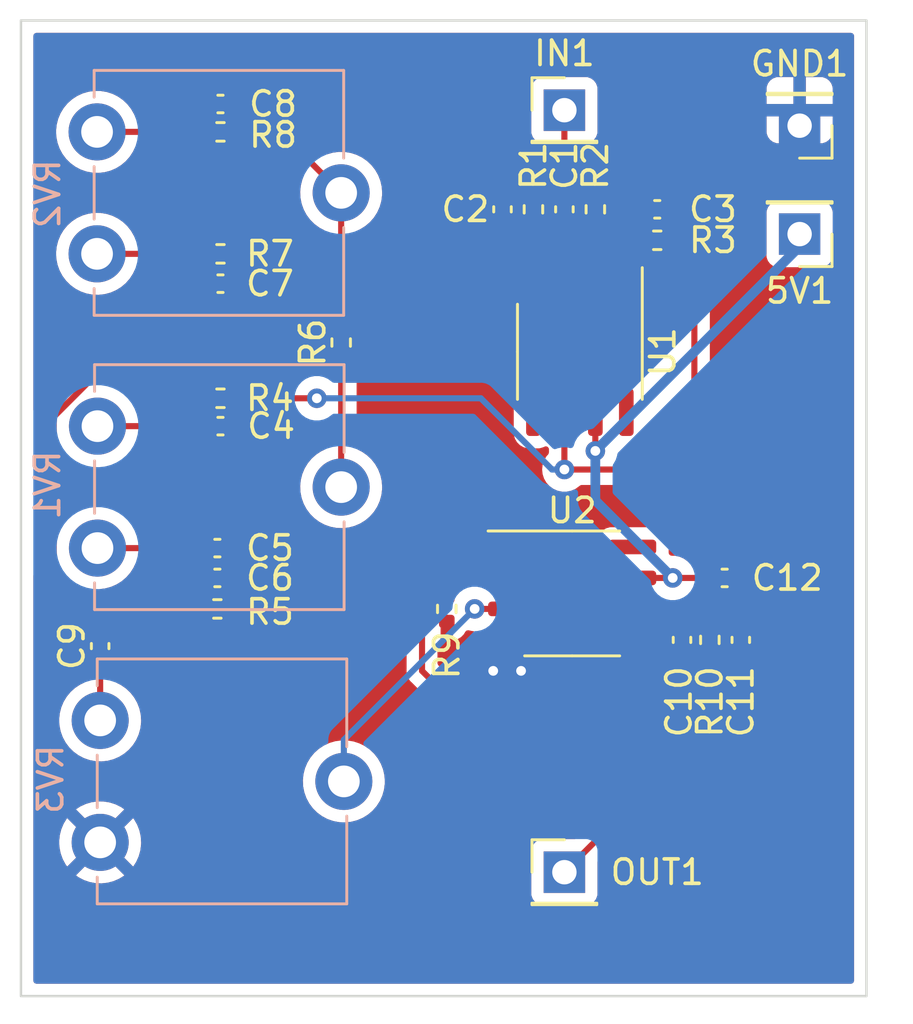
<source format=kicad_pcb>
(kicad_pcb (version 20211014) (generator pcbnew)
  (layers (0 "F.Cu" signal) (31 "B.Cu" signal) (34 "B.Paste" user) (35 "F.Paste" user) (36 "B.SilkS" user "B.Silkscreen") (37 "F.SilkS" user "F.Silkscreen") (38 "B.Mask" user) (39 "F.Mask" user) (44 "Edge.Cuts" user))
  (net 0 "")
  (net 1 "Net-(5V1-Pad1)")
  (net 2 "Net-(IN1-Pad1)")
  (net 3 "Net-(C1-Pad2)")
  (net 4 "GND")
  (net 5 "Net-(C3-Pad1)")
  (net 6 "Net-(C3-Pad2)")
  (net 7 "Net-(C4-Pad1)")
  (net 8 "Net-(C4-Pad2)")
  (net 9 "Net-(C5-Pad1)")
  (net 10 "Net-(C7-Pad1)")
  (net 11 "Net-(C9-Pad1)")
  (net 12 "Net-(C10-Pad1)")
  (net 13 "Net-(C10-Pad2)")
  (net 14 "Net-(OUT1-Pad1)")
  (net 15 "Net-(R6-Pad2)")
  (net 16 "Net-(RV3-Pad2)")
  (net 23 "Net-(R8-Pad2)")
  (footprint "Resistor_SMD:R_0402_1005Metric" (layer "F.Cu") (at 132.334 100.965 90)
    (fp_text reference "R9" (at -1.905 0 90) (layer "F.SilkS"))
    (fp_text value "1k")
    (fp_line (start -0.153641 -0.38) (end 0.153641 -0.38) (layer "F.SilkS") (width 0.12))
    (fp_line (start -0.153641 0.38) (end 0.153641 0.38) (layer "F.SilkS") (width 0.12))
    (pad "1" smd roundrect (at -0.51 0 90) (size 0.54 0.64) (layers "F.Cu" "F.Paste" "F.Mask") (net 4 "GND"))
    (pad "2" smd roundrect (at 0.51 0 90) (size 0.54 0.64) (layers "F.Cu" "F.Paste" "F.Mask") (net 12 "Net-(C10-Pad1)"))
  )
  (footprint "Resistor_SMD:R_0402_1005Metric" (layer "F.Cu") (at 123.047 86.407 180)
    (fp_text reference "R7" (at -2.032 0) (layer "F.SilkS"))
    (fp_text value "10k")
    (fp_line (start -0.153641 0.38) (end 0.153641 0.38) (layer "F.SilkS") (width 0.12))
    (fp_line (start -0.153641 -0.38) (end 0.153641 -0.38) (layer "F.SilkS") (width 0.12))
    (pad "1" smd roundrect (at -0.51 0 180) (size 0.54 0.64) (layers "F.Cu" "F.Paste" "F.Mask") (net 15 "Net-(R6-Pad2)"))
    (pad "2" smd roundrect (at 0.51 0 180) (size 0.54 0.64) (layers "F.Cu" "F.Paste" "F.Mask") (net 10 "Net-(C7-Pad1)"))
  )
  (footprint "Resistor_SMD:R_0402_1005Metric" (layer "F.Cu") (at 138.43 84.582 -90)
    (fp_text reference "R2" (at -1.778 0 -90) (layer "F.SilkS"))
    (fp_text value "3k3")
    (fp_line (start -0.153641 -0.38) (end 0.153641 -0.38) (layer "F.SilkS") (width 0.12))
    (fp_line (start -0.153641 0.38) (end 0.153641 0.38) (layer "F.SilkS") (width 0.12))
    (pad "1" smd roundrect (at -0.51 0 270) (size 0.54 0.64) (layers "F.Cu" "F.Paste" "F.Mask") (net 4 "GND"))
    (pad "2" smd roundrect (at 0.51 0 270) (size 0.54 0.64) (layers "F.Cu" "F.Paste" "F.Mask") (net 5 "Net-(C3-Pad1)"))
  )
  (footprint "Capacitor_SMD:C_0402_1005Metric" (layer "F.Cu") (at 141.986 102.235 90)
    (fp_text reference "C10" (at -2.54 -0.127 90) (layer "F.SilkS"))
    (fp_text value "100pf")
    (fp_line (start -0.107836 -0.36) (end 0.107836 -0.36) (layer "F.SilkS") (width 0.12))
    (fp_line (start -0.107836 0.36) (end 0.107836 0.36) (layer "F.SilkS") (width 0.12))
    (pad "1" smd roundrect (at -0.48 0 90) (size 0.56 0.62) (layers "F.Cu" "F.Paste" "F.Mask") (net 12 "Net-(C10-Pad1)"))
    (pad "2" smd roundrect (at 0.48 0 90) (size 0.56 0.62) (layers "F.Cu" "F.Paste" "F.Mask") (net 13 "Net-(C10-Pad2)"))
  )
  (footprint "Resistor_SMD:R_0402_1005Metric" (layer "F.Cu") (at 135.89 84.582 90)
    (fp_text reference "R1" (at 1.778 0 270) (layer "F.SilkS"))
    (fp_text value "470k")
    (fp_line (start -0.153641 -0.38) (end 0.153641 -0.38) (layer "F.SilkS") (width 0.12))
    (fp_line (start -0.153641 0.38) (end 0.153641 0.38) (layer "F.SilkS") (width 0.12))
    (pad "1" smd roundrect (at -0.51 0 90) (size 0.54 0.64) (layers "F.Cu" "F.Paste" "F.Mask") (net 3 "Net-(C1-Pad2)"))
    (pad "2" smd roundrect (at 0.51 0 90) (size 0.54 0.64) (layers "F.Cu" "F.Paste" "F.Mask") (net 4 "GND"))
  )
  (footprint "Connector_PinHeader_2.54mm:PinHeader_1x01_P2.54mm_Vertical" (layer "F.Cu") (at 137.16 111.76)
    (fp_text reference "OUT1" (at 3.81 0) (layer "F.SilkS"))
    (fp_text value "Conn_01x01")
    (fp_line (start -1.33 1.27) (end 1.33 1.27) (layer "F.SilkS") (width 0.12))
    (fp_line (start -1.33 -1.33) (end 0 -1.33) (layer "F.SilkS") (width 0.12))
    (fp_line (start -1.33 1.33) (end 1.33 1.33) (layer "F.SilkS") (width 0.12))
    (fp_line (start -1.33 1.27) (end -1.33 1.33) (layer "F.SilkS") (width 0.12))
    (fp_line (start 1.33 1.27) (end 1.33 1.33) (layer "F.SilkS") (width 0.12))
    (fp_line (start -1.33 0) (end -1.33 -1.33) (layer "F.SilkS") (width 0.12))
    (pad "1" thru_hole rect (at 0 0) (size 1.7 1.7) (drill 1) (layers *.Cu *.Mask) (net 14 "Net-(OUT1-Pad1)"))
  )
  (footprint "Capacitor_SMD:C_0402_1005Metric" (layer "F.Cu") (at 134.62 84.582 90)
    (fp_text reference "C2" (at 0 -1.524 180) (layer "F.SilkS"))
    (fp_text value "220nf")
    (fp_line (start -0.107836 0.36) (end 0.107836 0.36) (layer "F.SilkS") (width 0.12))
    (fp_line (start -0.107836 -0.36) (end 0.107836 -0.36) (layer "F.SilkS") (width 0.12))
    (pad "1" smd roundrect (at -0.48 0 90) (size 0.56 0.62) (layers "F.Cu" "F.Paste" "F.Mask") (net 3 "Net-(C1-Pad2)"))
    (pad "2" smd roundrect (at 0.48 0 90) (size 0.56 0.62) (layers "F.Cu" "F.Paste" "F.Mask") (net 4 "GND"))
  )
  (footprint "Capacitor_SMD:C_0402_1005Metric" (layer "F.Cu") (at 137.16 84.582 -90)
    (fp_text reference "C1" (at -1.778 0 -90) (layer "F.SilkS"))
    (fp_text value "220nf")
    (fp_line (start -0.107836 0.36) (end 0.107836 0.36) (layer "F.SilkS") (width 0.12))
    (fp_line (start -0.107836 -0.36) (end 0.107836 -0.36) (layer "F.SilkS") (width 0.12))
    (pad "1" smd roundrect (at -0.48 0 270) (size 0.56 0.62) (layers "F.Cu" "F.Paste" "F.Mask") (net 2 "Net-(IN1-Pad1)"))
    (pad "2" smd roundrect (at 0.48 0 270) (size 0.56 0.62) (layers "F.Cu" "F.Paste" "F.Mask") (net 3 "Net-(C1-Pad2)"))
  )
  (footprint "Capacitor_SMD:C_0402_1005Metric" (layer "F.Cu") (at 118.11 102.489 90)
    (fp_text reference "C9" (at 0 -1.16 90) (layer "F.SilkS"))
    (fp_text value "56nf")
    (fp_line (start -0.107836 0.36) (end 0.107836 0.36) (layer "F.SilkS") (width 0.12))
    (fp_line (start -0.107836 -0.36) (end 0.107836 -0.36) (layer "F.SilkS") (width 0.12))
    (pad "1" smd roundrect (at -0.48 0 90) (size 0.56 0.62) (layers "F.Cu" "F.Paste" "F.Mask") (net 11 "Net-(C9-Pad1)"))
    (pad "2" smd roundrect (at 0.48 0 90) (size 0.56 0.62) (layers "F.Cu" "F.Paste" "F.Mask") (net 6 "Net-(C3-Pad2)"))
  )
  (footprint "Resistor_SMD:R_0402_1005Metric" (layer "F.Cu") (at 123.047 81.407 180)
    (fp_text reference "R8" (at -2.159 -0.127) (layer "F.SilkS"))
    (fp_text value "1k")
    (fp_line (start -0.153641 0.38) (end 0.153641 0.38) (layer "F.SilkS") (width 0.12))
    (fp_line (start -0.153641 -0.38) (end 0.153641 -0.38) (layer "F.SilkS") (width 0.12))
    (pad "1" smd roundrect (at -0.51 0 180) (size 0.54 0.64) (layers "F.Cu" "F.Paste" "F.Mask") (net 15 "Net-(R6-Pad2)"))
    (pad "2" smd roundrect (at 0.51 0 180) (size 0.54 0.64) (layers "F.Cu" "F.Paste" "F.Mask") (net 23 "Net-(R8-Pad2)"))
  )
  (footprint "Capacitor_SMD:C_0402_1005Metric" (layer "F.Cu") (at 122.92 98.472)
    (fp_text reference "C5" (at 2.159 0) (layer "F.SilkS"))
    (fp_text value "1uf")
    (fp_line (start -0.107836 0.36) (end 0.107836 0.36) (layer "F.SilkS") (width 0.12))
    (fp_line (start -0.107836 -0.36) (end 0.107836 -0.36) (layer "F.SilkS") (width 0.12))
    (pad "1" smd roundrect (at -0.48 0) (size 0.56 0.62) (layers "F.Cu" "F.Paste" "F.Mask") (net 9 "Net-(C5-Pad1)"))
    (pad "2" smd roundrect (at 0.48 0) (size 0.56 0.62) (layers "F.Cu" "F.Paste" "F.Mask") (net 8 "Net-(C4-Pad2)"))
  )
  (footprint "Capacitor_SMD:C_0402_1005Metric" (layer "F.Cu") (at 123.047 80.264 180)
    (fp_text reference "C8" (at -2.159 0) (layer "F.SilkS"))
    (fp_text value "100nf")
    (fp_line (start -0.107836 -0.36) (end 0.107836 -0.36) (layer "F.SilkS") (width 0.12))
    (fp_line (start -0.107836 0.36) (end 0.107836 0.36) (layer "F.SilkS") (width 0.12))
    (pad "1" smd roundrect (at -0.48 0 180) (size 0.56 0.62) (layers "F.Cu" "F.Paste" "F.Mask") (net 4 "GND"))
    (pad "2" smd roundrect (at 0.48 0 180) (size 0.56 0.62) (layers "F.Cu" "F.Paste" "F.Mask") (net 23 "Net-(R8-Pad2)"))
  )
  (footprint "Resistor_SMD:R_0402_1005Metric" (layer "F.Cu") (at 122.92 100.965 180)
    (fp_text reference "R5" (at -2.159 -0.127) (layer "F.SilkS"))
    (fp_text value "1k")
    (fp_line (start -0.153641 -0.38) (end 0.153641 -0.38) (layer "F.SilkS") (width 0.12))
    (fp_line (start -0.153641 0.38) (end 0.153641 0.38) (layer "F.SilkS") (width 0.12))
    (pad "1" smd roundrect (at -0.51 0 180) (size 0.54 0.64) (layers "F.Cu" "F.Paste" "F.Mask") (net 4 "GND"))
    (pad "2" smd roundrect (at 0.51 0 180) (size 0.54 0.64) (layers "F.Cu" "F.Paste" "F.Mask") (net 9 "Net-(C5-Pad1)"))
  )
  (footprint "Resistor_SMD:R_0402_1005Metric" (layer "F.Cu") (at 140.97 85.852)
    (fp_text reference "R3" (at 2.286 0) (layer "F.SilkS"))
    (fp_text value "100k")
    (fp_line (start -0.153641 0.38) (end 0.153641 0.38) (layer "F.SilkS") (width 0.12))
    (fp_line (start -0.153641 -0.38) (end 0.153641 -0.38) (layer "F.SilkS") (width 0.12))
    (pad "1" smd roundrect (at -0.51 0) (size 0.54 0.64) (layers "F.Cu" "F.Paste" "F.Mask") (net 5 "Net-(C3-Pad1)"))
    (pad "2" smd roundrect (at 0.51 0) (size 0.54 0.64) (layers "F.Cu" "F.Paste" "F.Mask") (net 6 "Net-(C3-Pad2)"))
  )
  (footprint "Resistor_SMD:R_0402_1005Metric" (layer "F.Cu") (at 128 90.043 90)
    (fp_text reference "R6" (at 0 -1.17 90) (layer "F.SilkS"))
    (fp_text value "47k")
    (fp_line (start -0.153641 -0.38) (end 0.153641 -0.38) (layer "F.SilkS") (width 0.12))
    (fp_line (start -0.153641 0.38) (end 0.153641 0.38) (layer "F.SilkS") (width 0.12))
    (pad "1" smd roundrect (at -0.51 0 90) (size 0.54 0.64) (layers "F.Cu" "F.Paste" "F.Mask") (net 8 "Net-(C4-Pad2)"))
    (pad "2" smd roundrect (at 0.51 0 90) (size 0.54 0.64) (layers "F.Cu" "F.Paste" "F.Mask") (net 15 "Net-(R6-Pad2)"))
  )
  (footprint "Resistor_SMD:R_0402_1005Metric" (layer "F.Cu") (at 123.047 92.329)
    (fp_text reference "R4" (at 2.03 0) (layer "F.SilkS"))
    (fp_text value "1k")
    (fp_line (start -0.153641 -0.38) (end 0.153641 -0.38) (layer "F.SilkS") (width 0.12))
    (fp_line (start -0.153641 0.38) (end 0.153641 0.38) (layer "F.SilkS") (width 0.12))
    (pad "1" smd roundrect (at -0.51 0) (size 0.54 0.64) (layers "F.Cu" "F.Paste" "F.Mask") (net 7 "Net-(C4-Pad1)"))
    (pad "2" smd roundrect (at 0.51 0) (size 0.54 0.64) (layers "F.Cu" "F.Paste" "F.Mask") (net 6 "Net-(C3-Pad2)"))
  )
  (footprint "Capacitor_SMD:C_0402_1005Metric" (layer "F.Cu") (at 143.736 99.695 180)
    (fp_text reference "C12" (at -2.568 0) (layer "F.SilkS"))
    (fp_text value "220nf")
    (fp_line (start -0.107836 0.36) (end 0.107836 0.36) (layer "F.SilkS") (width 0.12))
    (fp_line (start -0.107836 -0.36) (end 0.107836 -0.36) (layer "F.SilkS") (width 0.12))
    (pad "1" smd roundrect (at -0.48 0 180) (size 0.56 0.62) (layers "F.Cu" "F.Paste" "F.Mask") (net 4 "GND"))
    (pad "2" smd roundrect (at 0.48 0 180) (size 0.56 0.62) (layers "F.Cu" "F.Paste" "F.Mask") (net 1 "Net-(5V1-Pad1)"))
  )
  (footprint "Capacitor_SMD:C_0402_1005Metric" (layer "F.Cu") (at 123.047 93.472)
    (fp_text reference "C4" (at 2.079 0) (layer "F.SilkS"))
    (fp_text value "220nf")
    (fp_line (start -0.107836 0.36) (end 0.107836 0.36) (layer "F.SilkS") (width 0.12))
    (fp_line (start -0.107836 -0.36) (end 0.107836 -0.36) (layer "F.SilkS") (width 0.12))
    (pad "1" smd roundrect (at -0.48 0) (size 0.56 0.62) (layers "F.Cu" "F.Paste" "F.Mask") (net 7 "Net-(C4-Pad1)"))
    (pad "2" smd roundrect (at 0.48 0) (size 0.56 0.62) (layers "F.Cu" "F.Paste" "F.Mask") (net 8 "Net-(C4-Pad2)"))
  )
  (footprint "Capacitor_SMD:C_0402_1005Metric" (layer "F.Cu") (at 140.97 84.582)
    (fp_text reference "C3" (at 2.286 0) (layer "F.SilkS"))
    (fp_text value "220nf")
    (fp_line (start -0.107836 0.36) (end 0.107836 0.36) (layer "F.SilkS") (width 0.12))
    (fp_line (start -0.107836 -0.36) (end 0.107836 -0.36) (layer "F.SilkS") (width 0.12))
    (pad "1" smd roundrect (at -0.48 0) (size 0.56 0.62) (layers "F.Cu" "F.Paste" "F.Mask") (net 5 "Net-(C3-Pad1)"))
    (pad "2" smd roundrect (at 0.48 0) (size 0.56 0.62) (layers "F.Cu" "F.Paste" "F.Mask") (net 6 "Net-(C3-Pad2)"))
  )
  (footprint "Connector_PinHeader_2.54mm:PinHeader_1x01_P2.54mm_Vertical" (layer "F.Cu") (at 146.812 81.153 180)
    (fp_text reference "GND1" (at 0 2.54) (layer "F.SilkS"))
    (fp_text value "Conn_01x01")
    (fp_line (start -1.33 -1.33) (end 0 -1.33) (layer "F.SilkS") (width 0.12))
    (fp_line (start -1.33 0) (end -1.33 -1.33) (layer "F.SilkS") (width 0.12))
    (fp_line (start 1.33 1.27) (end 1.33 1.33) (layer "F.SilkS") (width 0.12))
    (fp_line (start -1.33 1.33) (end 1.33 1.33) (layer "F.SilkS") (width 0.12))
    (fp_line (start -1.33 1.27) (end 1.33 1.27) (layer "F.SilkS") (width 0.12))
    (fp_line (start -1.33 1.27) (end -1.33 1.33) (layer "F.SilkS") (width 0.12))
    (pad "1" thru_hole rect (at 0 0 180) (size 1.7 1.7) (drill 1) (layers *.Cu *.Mask) (net 4 "GND"))
  )
  (footprint "Resistor_SMD:R_0402_1005Metric" (layer "F.Cu") (at 143.129 102.235 90)
    (fp_text reference "R10" (at -2.54 0 90) (layer "F.SilkS"))
    (fp_text value "10k")
    (fp_line (start -0.153641 0.38) (end 0.153641 0.38) (layer "F.SilkS") (width 0.12))
    (fp_line (start -0.153641 -0.38) (end 0.153641 -0.38) (layer "F.SilkS") (width 0.12))
    (pad "1" smd roundrect (at -0.51 0 90) (size 0.54 0.64) (layers "F.Cu" "F.Paste" "F.Mask") (net 12 "Net-(C10-Pad1)"))
    (pad "2" smd roundrect (at 0.51 0 90) (size 0.54 0.64) (layers "F.Cu" "F.Paste" "F.Mask") (net 13 "Net-(C10-Pad2)"))
  )
  (footprint "Connector_PinHeader_2.54mm:PinHeader_1x01_P2.54mm_Vertical" (layer "F.Cu") (at 146.812 85.598 180)
    (fp_text reference "5V1" (at 0 -2.33) (layer "F.SilkS"))
    (fp_text value "Conn_01x01")
    (fp_line (start -1.33 -1.33) (end 0 -1.33) (layer "F.SilkS") (width 0.12))
    (fp_line (start -1.33 1.27) (end 1.33 1.27) (layer "F.SilkS") (width 0.12))
    (fp_line (start -1.33 0) (end -1.33 -1.33) (layer "F.SilkS") (width 0.12))
    (fp_line (start 1.33 1.27) (end 1.33 1.33) (layer "F.SilkS") (width 0.12))
    (fp_line (start -1.33 1.27) (end -1.33 1.33) (layer "F.SilkS") (width 0.12))
    (fp_line (start -1.33 1.33) (end 1.33 1.33) (layer "F.SilkS") (width 0.12))
    (pad "1" thru_hole rect (at 0 0 180) (size 1.7 1.7) (drill 1) (layers *.Cu *.Mask) (net 1 "Net-(5V1-Pad1)"))
  )
  (footprint "Capacitor_SMD:C_0402_1005Metric" (layer "F.Cu") (at 144.399 102.235 -90)
    (fp_text reference "C11" (at 2.54 0 90) (layer "F.SilkS"))
    (fp_text value "1uf")
    (fp_line (start -0.107836 0.36) (end 0.107836 0.36) (layer "F.SilkS") (width 0.12))
    (fp_line (start -0.107836 -0.36) (end 0.107836 -0.36) (layer "F.SilkS") (width 0.12))
    (pad "1" smd roundrect (at -0.48 0 270) (size 0.56 0.62) (layers "F.Cu" "F.Paste" "F.Mask") (net 13 "Net-(C10-Pad2)"))
    (pad "2" smd roundrect (at 0.48 0 270) (size 0.56 0.62) (layers "F.Cu" "F.Paste" "F.Mask") (net 14 "Net-(OUT1-Pad1)"))
  )
  (footprint "Capacitor_SMD:C_0402_1005Metric" (layer "F.Cu") (at 122.92 99.695)
    (fp_text reference "C6" (at 2.159 0) (layer "F.SilkS"))
    (fp_text value "1uf")
    (fp_line (start -0.107836 0.36) (end 0.107836 0.36) (layer "F.SilkS") (width 0.12))
    (fp_line (start -0.107836 -0.36) (end 0.107836 -0.36) (layer "F.SilkS") (width 0.12))
    (pad "1" smd roundrect (at -0.48 0) (size 0.56 0.62) (layers "F.Cu" "F.Paste" "F.Mask") (net 9 "Net-(C5-Pad1)"))
    (pad "2" smd roundrect (at 0.48 0) (size 0.56 0.62) (layers "F.Cu" "F.Paste" "F.Mask") (net 8 "Net-(C4-Pad2)"))
  )
  (footprint "Connector_PinHeader_2.54mm:PinHeader_1x01_P2.54mm_Vertical" (layer "F.Cu") (at 137.16 80.518)
    (fp_text reference "IN1" (at 0 -2.33) (layer "F.SilkS"))
    (fp_text value "Conn_01x01")
    (fp_line (start -1.33 1.27) (end 1.33 1.27) (layer "F.SilkS") (width 0.12))
    (fp_line (start 1.33 1.27) (end 1.33 1.33) (layer "F.SilkS") (width 0.12))
    (fp_line (start -1.33 1.27) (end -1.33 1.33) (layer "F.SilkS") (width 0.12))
    (fp_line (start -1.33 -1.33) (end 0 -1.33) (layer "F.SilkS") (width 0.12))
    (fp_line (start -1.33 1.33) (end 1.33 1.33) (layer "F.SilkS") (width 0.12))
    (fp_line (start -1.33 0) (end -1.33 -1.33) (layer "F.SilkS") (width 0.12))
    (pad "1" thru_hole rect (at 0 0) (size 1.7 1.7) (drill 1) (layers *.Cu *.Mask) (net 2 "Net-(IN1-Pad1)"))
  )
  (footprint "Package_SO:SOIC-8-1EP_3.9x4.9mm_P1.27mm_EP2.29x3mm" (layer "F.Cu") (at 137.479 100.33)
    (fp_text reference "U2" (at 0 -3.4) (layer "F.SilkS"))
    (fp_text value "TL081")
    (fp_line (start 0 2.56) (end 1.95 2.56) (layer "F.SilkS") (width 0.12))
    (fp_line (start 0 -2.56) (end -3.45 -2.56) (layer "F.SilkS") (width 0.12))
    (fp_line (start 0 2.56) (end -1.95 2.56) (layer "F.SilkS") (width 0.12))
    (fp_line (start 0 -2.56) (end 1.95 -2.56) (layer "F.SilkS") (width 0.12))
    (pad "1" smd roundrect (at -2.475 -1.905) (size 1.95 0.6) (layers "F.Cu" "F.Paste" "F.Mask"))
    (pad "2" smd roundrect (at -2.475 -0.635) (size 1.95 0.6) (layers "F.Cu" "F.Paste" "F.Mask") (net 12 "Net-(C10-Pad1)"))
    (pad "3" smd roundrect (at -2.475 0.635) (size 1.95 0.6) (layers "F.Cu" "F.Paste" "F.Mask") (net 16 "Net-(RV3-Pad2)"))
    (pad "4" smd roundrect (at -2.475 1.905) (size 1.95 0.6) (layers "F.Cu" "F.Paste" "F.Mask") (net 4 "GND"))
    (pad "5" smd roundrect (at 2.475 1.905) (size 1.95 0.6) (layers "F.Cu" "F.Paste" "F.Mask"))
    (pad "6" smd roundrect (at 2.475 0.635) (size 1.95 0.6) (layers "F.Cu" "F.Paste" "F.Mask") (net 13 "Net-(C10-Pad2)"))
    (pad "7" smd roundrect (at 2.475 -0.635) (size 1.95 0.6) (layers "F.Cu" "F.Paste" "F.Mask") (net 1 "Net-(5V1-Pad1)"))
    (pad "8" smd roundrect (at 2.475 -1.905) (size 1.95 0.6) (layers "F.Cu" "F.Paste" "F.Mask"))
    (pad "9" smd rect (at 0 0) (size 2.29 3) (layers "F.Cu" "F.Mask"))
  )
  (footprint "Package_SO:SOIC-8-1EP_3.9x4.9mm_P1.27mm_EP2.29x3mm" (layer "F.Cu") (at 137.795 90.424 -90)
    (fp_text reference "U1" (at 0 -3.4 90) (layer "F.SilkS"))
    (fp_text value "TL081")
    (fp_line (start 0 -2.56) (end 1.95 -2.56) (layer "F.SilkS") (width 0.12))
    (fp_line (start 0 2.56) (end 1.95 2.56) (layer "F.SilkS") (width 0.12))
    (fp_line (start 0 2.56) (end -1.95 2.56) (layer "F.SilkS") (width 0.12))
    (fp_line (start 0 -2.56) (end -3.45 -2.56) (layer "F.SilkS") (width 0.12))
    (pad "1" smd roundrect (at -2.475 -1.905 270) (size 1.95 0.6) (layers "F.Cu" "F.Paste" "F.Mask"))
    (pad "2" smd roundrect (at -2.475 -0.635 270) (size 1.95 0.6) (layers "F.Cu" "F.Paste" "F.Mask") (net 5 "Net-(C3-Pad1)"))
    (pad "3" smd roundrect (at -2.475 0.635 270) (size 1.95 0.6) (layers "F.Cu" "F.Paste" "F.Mask") (net 3 "Net-(C1-Pad2)"))
    (pad "4" smd roundrect (at -2.475 1.905 270) (size 1.95 0.6) (layers "F.Cu" "F.Paste" "F.Mask") (net 4 "GND"))
    (pad "5" smd roundrect (at 2.475 1.905 270) (size 1.95 0.6) (layers "F.Cu" "F.Paste" "F.Mask"))
    (pad "6" smd roundrect (at 2.475 0.635 270) (size 1.95 0.6) (layers "F.Cu" "F.Paste" "F.Mask") (net 6 "Net-(C3-Pad2)"))
    (pad "7" smd roundrect (at 2.475 -0.635 270) (size 1.95 0.6) (layers "F.Cu" "F.Paste" "F.Mask") (net 1 "Net-(5V1-Pad1)"))
    (pad "8" smd roundrect (at 2.475 -1.905 270) (size 1.95 0.6) (layers "F.Cu" "F.Paste" "F.Mask"))
    (pad "9" smd rect (at 0 0 270) (size 2.29 3) (layers "F.Cu" "F.Mask"))
  )
  (footprint "Capacitor_SMD:C_0402_1005Metric" (layer "F.Cu") (at 123.047 87.63)
    (fp_text reference "C7" (at 2.032 0) (layer "F.SilkS"))
    (fp_text value "10nf")
    (fp_line (start -0.107836 -0.36) (end 0.107836 -0.36) (layer "F.SilkS") (width 0.12))
    (fp_line (start -0.107836 0.36) (end 0.107836 0.36) (layer "F.SilkS") (width 0.12))
    (pad "1" smd roundrect (at -0.48 0) (size 0.56 0.62) (layers "F.Cu" "F.Paste" "F.Mask") (net 10 "Net-(C7-Pad1)"))
    (pad "2" smd roundrect (at 0.48 0) (size 0.56 0.62) (layers "F.Cu" "F.Paste" "F.Mask") (net 6 "Net-(C3-Pad2)"))
  )
  (footprint "Potentiometer_THT:Potentiometer_ACP_CA9-V10_Vertical" (layer "B.Cu") (at 117.983 81.407)
    (fp_text reference "RV2" (at -2.032 2.54 90) (layer "B.SilkS") (effects (justify mirror)))
    (fp_text value "100k")
    (fp_line (start -0.12 7.521) (end -0.12 6.426) (layer "B.SilkS") (width 0.12))
    (fp_line (start -0.12 -1.425) (end -0.12 -2.52) (layer "B.SilkS") (width 0.12))
    (fp_line (start 10.12 7.521) (end 10.12 3.925) (layer "B.SilkS") (width 0.12))
    (fp_line (start -0.12 3.574) (end -0.12 1.425) (layer "B.SilkS") (width 0.12))
    (fp_line (start -0.12 7.521) (end 10.12 7.521) (layer "B.SilkS") (width 0.12))
    (fp_line (start 10.12 1.075) (end 10.12 -2.52) (layer "B.SilkS") (width 0.12))
    (fp_line (start -0.12 -2.52) (end 10.12 -2.52) (layer "B.SilkS") (width 0.12))
    (pad "1" thru_hole circle (at 0 0) (size 2.34 2.34) (drill 1.3) (layers *.Cu *.Mask) (net 23 "Net-(R8-Pad2)"))
    (pad "2" thru_hole circle (at 10.017 2.5) (size 2.34 2.34) (drill 1.3) (layers *.Cu *.Mask) (net 15 "Net-(R6-Pad2)"))
    (pad "3" thru_hole circle (at 0 5) (size 2.34 2.34) (drill 1.3) (layers *.Cu *.Mask) (net 10 "Net-(C7-Pad1)"))
  )
  (footprint "Potentiometer_THT:Potentiometer_ACP_CA9-V10_Vertical" (layer "B.Cu") (at 118.11 105.537)
    (fp_text reference "RV3" (at -2.032 2.413 90) (layer "B.SilkS") (effects (justify mirror)))
    (fp_text value "100k")
    (fp_line (start -0.12 3.574) (end -0.12 1.425) (layer "B.SilkS") (width 0.12))
    (fp_line (start -0.12 -1.425) (end -0.12 -2.52) (layer "B.SilkS") (width 0.12))
    (fp_line (start 10.12 7.521) (end 10.12 3.925) (layer "B.SilkS") (width 0.12))
    (fp_line (start -0.12 -2.52) (end 10.12 -2.52) (layer "B.SilkS") (width 0.12))
    (fp_line (start -0.12 7.521) (end -0.12 6.426) (layer "B.SilkS") (width 0.12))
    (fp_line (start -0.12 7.521) (end 10.12 7.521) (layer "B.SilkS") (width 0.12))
    (fp_line (start 10.12 1.075) (end 10.12 -2.52) (layer "B.SilkS") (width 0.12))
    (pad "1" thru_hole circle (at 0 0) (size 2.34 2.34) (drill 1.3) (layers *.Cu *.Mask) (net 11 "Net-(C9-Pad1)"))
    (pad "2" thru_hole circle (at 10 2.5) (size 2.34 2.34) (drill 1.3) (layers *.Cu *.Mask) (net 16 "Net-(RV3-Pad2)"))
    (pad "3" thru_hole circle (at 0 5) (size 2.34 2.34) (drill 1.3) (layers *.Cu *.Mask) (net 4 "GND"))
  )
  (footprint "Potentiometer_THT:Potentiometer_ACP_CA9-V10_Vertical" (layer "B.Cu") (at 118 93.472)
    (fp_text reference "RV1" (at -2.049 2.413 90) (layer "B.SilkS") (effects (justify mirror)))
    (fp_text value "100k")
    (fp_line (start -0.12 7.521) (end -0.12 6.426) (layer "B.SilkS") (width 0.12))
    (fp_line (start 10.12 7.521) (end 10.12 3.925) (layer "B.SilkS") (width 0.12))
    (fp_line (start -0.12 -1.425) (end -0.12 -2.52) (layer "B.SilkS") (width 0.12))
    (fp_line (start -0.12 -2.52) (end 10.12 -2.52) (layer "B.SilkS") (width 0.12))
    (fp_line (start -0.12 7.521) (end 10.12 7.521) (layer "B.SilkS") (width 0.12))
    (fp_line (start -0.12 3.574) (end -0.12 1.425) (layer "B.SilkS") (width 0.12))
    (fp_line (start 10.12 1.075) (end 10.12 -2.52) (layer "B.SilkS") (width 0.12))
    (pad "1" thru_hole circle (at 0 0) (size 2.34 2.34) (drill 1.3) (layers *.Cu *.Mask) (net 7 "Net-(C4-Pad1)"))
    (pad "2" thru_hole circle (at 10 2.5) (size 2.34 2.34) (drill 1.3) (layers *.Cu *.Mask) (net 8 "Net-(C4-Pad2)"))
    (pad "3" thru_hole circle (at 0 5) (size 2.34 2.34) (drill 1.3) (layers *.Cu *.Mask) (net 9 "Net-(C5-Pad1)"))
  )
  (gr_rect (start 114.86 76.84) (end 149.554 116.84) (layer "Edge.Cuts") (width 0.1) (fill none))
  (segment (start 139.954 99.695) (end 141.605 99.695) (width 0.25) (layer "F.Cu") (net 1))
  (segment (start 143.256 99.695) (end 141.605 99.695) (width 0.25) (layer "F.Cu") (net 1))
  (segment (start 138.43 92.899) (end 138.43 94.488) (width 0.25) (layer "F.Cu") (net 1))
  (via (at 138.43 94.488) (size 0.8) (drill 0.4) (layers "F.Cu" "B.Cu") (net 1))
  (via (at 141.605 99.695) (size 0.8) (drill 0.4) (layers "F.Cu" "B.Cu") (net 1))
  (segment (start 146.812 86.106) (end 138.43 94.488) (width 0.4) (layer "B.Cu") (net 1))
  (segment (start 138.43 96.52) (end 141.605 99.695) (width 0.4) (layer "B.Cu") (net 1))
  (segment (start 138.43 94.488) (end 138.43 96.52) (width 0.4) (layer "B.Cu") (net 1))
  (segment (start 146.812 85.598) (end 146.812 86.106) (width 0.4) (layer "B.Cu") (net 1))
  (segment (start 137.16 80.518) (end 137.16 84.102) (width 0.25) (layer "F.Cu") (net 2))
  (segment (start 134.62 85.598) (end 134.874 85.852) (width 0.25) (layer "F.Cu") (net 3))
  (segment (start 134.874 85.852) (end 135.89 85.852) (width 0.25) (layer "F.Cu") (net 3))
  (segment (start 137.16 87.949) (end 137.16 85.852) (width 0.25) (layer "F.Cu") (net 3))
  (segment (start 137.16 85.852) (end 137.16 85.062) (width 0.25) (layer "F.Cu") (net 3))
  (segment (start 134.62 85.062) (end 134.62 85.598) (width 0.25) (layer "F.Cu") (net 3))
  (segment (start 135.89 85.852) (end 135.89 85.092) (width 0.25) (layer "F.Cu") (net 3))
  (segment (start 135.89 85.852) (end 137.16 85.852) (width 0.25) (layer "F.Cu") (net 3))
  (via (at 134.239 103.505) (size 0.8) (drill 0.4) (layers "F.Cu" "B.Cu") (net 4))
  (via (at 135.382 103.505) (size 0.8) (drill 0.4) (layers "F.Cu" "B.Cu") (net 4))
  (segment (start 138.43 87.949) (end 138.43 85.852) (width 0.25) (layer "F.Cu") (net 5))
  (segment (start 140.081 84.582) (end 139.827 84.836) (width 0.25) (layer "F.Cu") (net 5))
  (segment (start 138.43 85.852) (end 138.43 85.092) (width 0.25) (layer "F.Cu") (net 5))
  (segment (start 140.46 85.852) (end 139.827 85.852) (width 0.25) (layer "F.Cu") (net 5))
  (segment (start 139.827 84.836) (end 139.827 85.852) (width 0.25) (layer "F.Cu") (net 5))
  (segment (start 139.827 85.852) (end 138.43 85.852) (width 0.25) (layer "F.Cu") (net 5))
  (segment (start 140.49 84.582) (end 140.081 84.582) (width 0.25) (layer "F.Cu") (net 5))
  (segment (start 124.714 88.011) (end 124.333 87.63) (width 0.25) (layer "F.Cu") (net 6))
  (segment (start 118.11 102.009) (end 118.11 101.219) (width 0.25) (layer "F.Cu") (net 6))
  (segment (start 142.494 84.963) (end 142.113 84.582) (width 0.25) (layer "F.Cu") (net 6))
  (segment (start 142.494 92.71) (end 142.494 85.852) (width 0.25) (layer "F.Cu") (net 6))
  (segment (start 142.113 84.582) (end 141.45 84.582) (width 0.25) (layer "F.Cu") (net 6))
  (segment (start 123.557 92.329) (end 124.714 92.329) (width 0.25) (layer "F.Cu") (net 6))
  (segment (start 118.11 91.186) (end 124.714 91.186) (width 0.25) (layer "F.Cu") (net 6))
  (segment (start 141.48 85.852) (end 142.494 85.852) (width 0.25) (layer "F.Cu") (net 6))
  (segment (start 124.714 91.186) (end 124.714 88.011) (width 0.25) (layer "F.Cu") (net 6))
  (segment (start 137.16 95.25) (end 139.954 95.25) (width 0.25) (layer "F.Cu") (net 6))
  (segment (start 124.714 92.329) (end 127 92.329) (width 0.25) (layer "F.Cu") (net 6))
  (segment (start 116.205 93.091) (end 118.11 91.186) (width 0.25) (layer "F.Cu") (net 6))
  (segment (start 137.16 95.25) (end 137.16 92.899) (width 0.25) (layer "F.Cu") (net 6))
  (segment (start 139.954 95.25) (end 142.494 92.71) (width 0.25) (layer "F.Cu") (net 6))
  (segment (start 124.333 87.63) (end 123.527 87.63) (width 0.25) (layer "F.Cu") (net 6))
  (segment (start 142.494 85.852) (end 142.494 84.963) (width 0.25) (layer "F.Cu") (net 6))
  (segment (start 124.714 92.329) (end 124.714 91.186) (width 0.25) (layer "F.Cu") (net 6))
  (segment (start 118.11 101.219) (end 116.205 99.314) (width 0.25) (layer "F.Cu") (net 6))
  (segment (start 116.205 99.314) (end 116.205 93.091) (width 0.25) (layer "F.Cu") (net 6))
  (via (at 137.16 95.25) (size 0.8) (drill 0.4) (layers "F.Cu" "B.Cu") (net 6))
  (via (at 127 92.329) (size 0.8) (drill 0.4) (layers "F.Cu" "B.Cu") (net 6))
  (segment (start 136.652 95.25) (end 133.731 92.329) (width 0.25) (layer "B.Cu") (net 6))
  (segment (start 137.16 95.25) (end 136.652 95.25) (width 0.25) (layer "B.Cu") (net 6))
  (segment (start 133.731 92.329) (end 127 92.329) (width 0.25) (layer "B.Cu") (net 6))
  (segment (start 118 93.472) (end 121.539 93.472) (width 0.25) (layer "F.Cu") (net 7))
  (segment (start 122.537 92.329) (end 122.047 92.329) (width 0.25) (layer "F.Cu") (net 7))
  (segment (start 121.539 92.837) (end 121.539 93.472) (width 0.25) (layer "F.Cu") (net 7))
  (segment (start 122.047 92.329) (end 121.539 92.837) (width 0.25) (layer "F.Cu") (net 7))
  (segment (start 121.539 93.472) (end 122.567 93.472) (width 0.25) (layer "F.Cu") (net 7))
  (segment (start 124.714 99.06) (end 124.714 98.425) (width 0.25) (layer "F.Cu") (net 8))
  (segment (start 127.984 93.472) (end 128 93.456) (width 0.25) (layer "F.Cu") (net 8))
  (segment (start 123.4 99.695) (end 124.079 99.695) (width 0.25) (layer "F.Cu") (net 8))
  (segment (start 124.714 98.425) (end 124.714 93.472) (width 0.25) (layer "F.Cu") (net 8))
  (segment (start 128 95.972) (end 128 93.456) (width 0.25) (layer "F.Cu") (net 8))
  (segment (start 124.667 98.472) (end 124.714 98.425) (width 0.25) (layer "F.Cu") (net 8))
  (segment (start 123.527 93.472) (end 124.714 93.472) (width 0.25) (layer "F.Cu") (net 8))
  (segment (start 123.4 98.472) (end 124.667 98.472) (width 0.25) (layer "F.Cu") (net 8))
  (segment (start 128 93.456) (end 128 90.553) (width 0.25) (layer "F.Cu") (net 8))
  (segment (start 124.714 93.472) (end 127.984 93.472) (width 0.25) (layer "F.Cu") (net 8))
  (segment (start 124.079 99.695) (end 124.714 99.06) (width 0.25) (layer "F.Cu") (net 8))
  (segment (start 118 98.472) (end 121.365 98.472) (width 0.25) (layer "F.Cu") (net 9))
  (segment (start 122.44 99.695) (end 121.445 99.695) (width 0.25) (layer "F.Cu") (net 9))
  (segment (start 121.445 99.695) (end 121.365 99.775) (width 0.25) (layer "F.Cu") (net 9))
  (segment (start 121.365 98.472) (end 122.44 98.472) (width 0.25) (layer "F.Cu") (net 9))
  (segment (start 121.793 100.965) (end 121.365 100.537) (width 0.25) (layer "F.Cu") (net 9))
  (segment (start 122.41 100.965) (end 121.793 100.965) (width 0.25) (layer "F.Cu") (net 9))
  (segment (start 121.365 99.775) (end 121.365 98.472) (width 0.25) (layer "F.Cu") (net 9))
  (segment (start 121.365 100.537) (end 121.365 99.775) (width 0.25) (layer "F.Cu") (net 9))
  (segment (start 122.537 86.407) (end 121.332 86.407) (width 0.25) (layer "F.Cu") (net 10))
  (segment (start 121.332 87.042) (end 121.332 86.407) (width 0.25) (layer "F.Cu") (net 10))
  (segment (start 121.332 86.407) (end 117.983 86.407) (width 0.25) (layer "F.Cu") (net 10))
  (segment (start 122.567 87.63) (end 121.92 87.63) (width 0.25) (layer "F.Cu") (net 10))
  (segment (start 121.92 87.63) (end 121.332 87.042) (width 0.25) (layer "F.Cu") (net 10))
  (segment (start 118.11 105.537) (end 118.11 102.969) (width 0.25) (layer "F.Cu") (net 11))
  (segment (start 132.08 104.267) (end 141.986 104.267) (width 0.25) (layer "F.Cu") (net 12))
  (segment (start 142.748 104.267) (end 143.129 103.886) (width 0.25) (layer "F.Cu") (net 12))
  (segment (start 131.318 103.505) (end 132.08 104.267) (width 0.25) (layer "F.Cu") (net 12))
  (segment (start 141.986 104.267) (end 142.748 104.267) (width 0.25) (layer "F.Cu") (net 12))
  (segment (start 132.334 99.695) (end 132.461 99.695) (width 0.25) (layer "F.Cu") (net 12))
  (segment (start 141.986 102.715) (end 141.986 104.267) (width 0.25) (layer "F.Cu") (net 12))
  (segment (start 132.461 99.695) (end 131.826 99.695) (width 0.25) (layer "F.Cu") (net 12))
  (segment (start 143.129 103.886) (end 143.129 102.745) (width 0.25) (layer "F.Cu") (net 12))
  (segment (start 131.318 100.203) (end 131.318 103.505) (width 0.25) (layer "F.Cu") (net 12))
  (segment (start 131.826 99.695) (end 131.318 100.203) (width 0.25) (layer "F.Cu") (net 12))
  (segment (start 135.004 99.695) (end 132.461 99.695) (width 0.25) (layer "F.Cu") (net 12))
  (segment (start 132.334 100.455) (end 132.334 99.695) (width 0.25) (layer "F.Cu") (net 12))
  (segment (start 141.859 100.965) (end 143.129 100.965) (width 0.25) (layer "F.Cu") (net 13))
  (segment (start 141.986 101.755) (end 141.986 100.965) (width 0.25) (layer "F.Cu") (net 13))
  (segment (start 144.145 100.965) (end 144.399 101.219) (width 0.25) (layer "F.Cu") (net 13))
  (segment (start 143.129 100.965) (end 143.129 101.725) (width 0.25) (layer "F.Cu") (net 13))
  (segment (start 141.986 100.965) (end 141.859 100.965) (width 0.25) (layer "F.Cu") (net 13))
  (segment (start 143.129 100.965) (end 144.145 100.965) (width 0.25) (layer "F.Cu") (net 13))
  (segment (start 139.954 100.965) (end 141.859 100.965) (width 0.25) (layer "F.Cu") (net 13))
  (segment (start 144.399 101.219) (end 144.399 101.755) (width 0.25) (layer "F.Cu") (net 13))
  (segment (start 144.399 104.521) (end 144.399 102.715) (width 0.25) (layer "F.Cu") (net 14))
  (segment (start 137.16 111.76) (end 144.399 104.521) (width 0.25) (layer "F.Cu") (net 14))
  (segment (start 123.557 81.407) (end 125.5 81.407) (width 0.25) (layer "F.Cu") (net 15))
  (segment (start 125.5 81.407) (end 128 83.907) (width 0.25) (layer "F.Cu") (net 15))
  (segment (start 128.016 83.94) (end 127.983 83.907) (width 0.25) (layer "F.Cu") (net 15))
  (segment (start 128 86.407) (end 123.557 86.407) (width 0.25) (layer "F.Cu") (net 15))
  (segment (start 128 89.533) (end 128 83.907) (width 0.25) (layer "F.Cu") (net 15))
  (segment (start 133.477 100.965) (end 135.004 100.965) (width 0.25) (layer "F.Cu") (net 16))
  (via (at 133.477 100.965) (size 0.8) (drill 0.4) (layers "F.Cu" "B.Cu") (net 16))
  (segment (start 128.11 108.037) (end 128.11 106.332) (width 0.25) (layer "B.Cu") (net 16))
  (segment (start 128.11 106.332) (end 133.477 100.965) (width 0.25) (layer "B.Cu") (net 16))
  (segment (start 122.537 81.407) (end 117.983 81.407) (width 0.25) (layer "F.Cu") (net 23))
  (segment (start 122.567 80.264) (end 121.793 80.264) (width 0.25) (layer "F.Cu") (net 23))
  (segment (start 121.793 80.264) (end 121.285 80.772) (width 0.25) (layer "F.Cu") (net 23))
  (segment (start 121.285 80.772) (end 121.285 81.407) (width 0.25) (layer "F.Cu") (net 23))
  (zone (net 4) (net_name "GND") (layers F&B.Cu) (connect_pads (clearance 0.508)) (min_thickness 0.254) (fill yes (thermal_gap 0.508) (thermal_bridge_width 0.508))
    (polygon (pts (xy 150.694 118) (xy 114 118) (xy 114 76) (xy 150.694 76)))
  )
)
</source>
